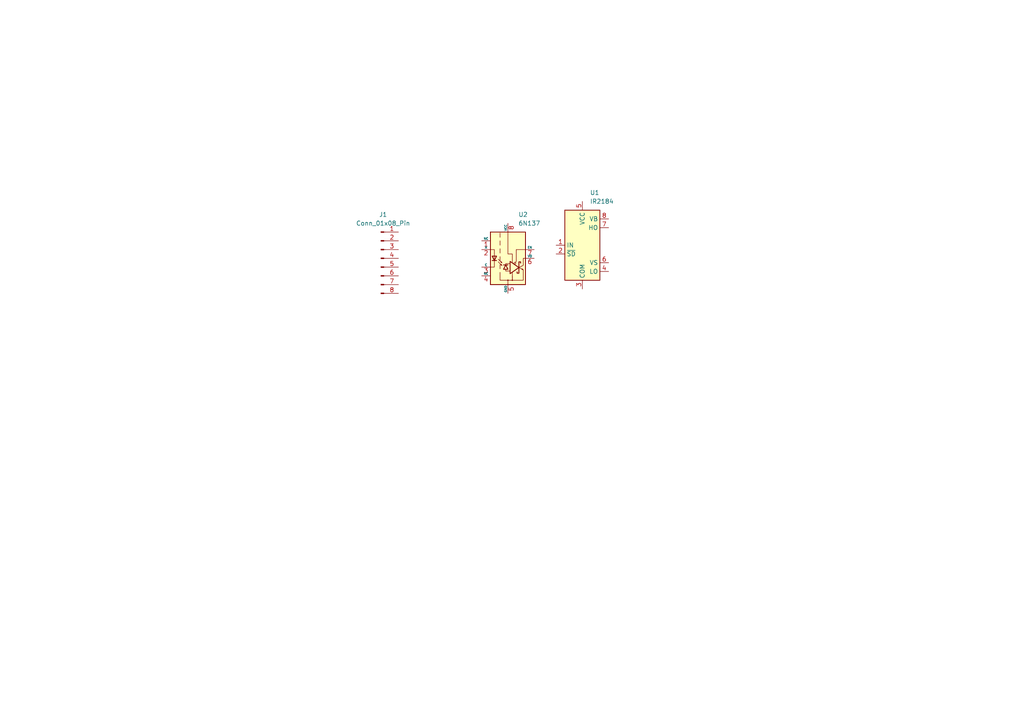
<source format=kicad_sch>
(kicad_sch (version 20231120) (generator "eeschema") (generator_version "8.0")
  (paper "A4")
  (lib_symbols
    (symbol "Connector:Conn_01x08_Pin" (pin_names (offset 1.016) hide)
      (property "Reference" "J" (at 0 10.16 0))
      (property "Value" "Conn_01x08_Pin" (at 0 -12.7 0))
      (symbol "Conn_01x08_Pin_1_1"
        (polyline (pts (xy 1.27 -10.16) (xy 0.8636 -10.16)) (stroke (width 0.1524)))
        (polyline (pts (xy 1.27 -7.62) (xy 0.8636 -7.62)) (stroke (width 0.1524)))
        (polyline (pts (xy 1.27 -5.08) (xy 0.8636 -5.08)) (stroke (width 0.1524)))
        (polyline (pts (xy 1.27 -2.54) (xy 0.8636 -2.54)) (stroke (width 0.1524)))
        (polyline (pts (xy 1.27 0) (xy 0.8636 0)) (stroke (width 0.1524)))
        (polyline (pts (xy 1.27 2.54) (xy 0.8636 2.54)) (stroke (width 0.1524)))
        (polyline (pts (xy 1.27 5.08) (xy 0.8636 5.08)) (stroke (width 0.1524)))
        (polyline (pts (xy 1.27 7.62) (xy 0.8636 7.62)) (stroke (width 0.1524)))
        (rectangle (start 0.8636 -10.033) (end 0 -10.287) (stroke (width 0.1524)) (fill (type outline)))
        (rectangle (start 0.8636 -7.493) (end 0 -7.747) (stroke (width 0.1524)) (fill (type outline)))
        (rectangle (start 0.8636 -4.953) (end 0 -5.207) (stroke (width 0.1524)) (fill (type outline)))
        (rectangle (start 0.8636 -2.413) (end 0 -2.667) (stroke (width 0.1524)) (fill (type outline)))
        (rectangle (start 0.8636 0.127) (end 0 -0.127) (stroke (width 0.1524)) (fill (type outline)))
        (rectangle (start 0.8636 2.667) (end 0 2.413) (stroke (width 0.1524)) (fill (type outline)))
        (rectangle (start 0.8636 5.207) (end 0 4.953) (stroke (width 0.1524)) (fill (type outline)))
        (rectangle (start 0.8636 7.747) (end 0 7.493) (stroke (width 0.1524)) (fill (type outline)))
        (pin passive line (at 5.08 7.62 180) (length 3.81) (name "Pin_1") (number "1"))
        (pin passive line (at 5.08 5.08 180) (length 3.81) (name "Pin_2") (number "2"))
        (pin passive line (at 5.08 2.54 180) (length 3.81) (name "Pin_3") (number "3"))
        (pin passive line (at 5.08 0 180) (length 3.81) (name "Pin_4") (number "4"))
        (pin passive line (at 5.08 -2.54 180) (length 3.81) (name "Pin_5") (number "5"))
        (pin passive line (at 5.08 -5.08 180) (length 3.81) (name "Pin_6") (number "6"))
        (pin passive line (at 5.08 -7.62 180) (length 3.81) (name "Pin_7") (number "7"))
        (pin passive line (at 5.08 -10.16 180) (length 3.81) (name "Pin_8") (number "8"))
      )
    )
    (symbol "Driver_FET:IR2184"
      (property "Reference" "U" (at 1.27 13.335 0))
      (property "Value" "IR2184" (at 1.27 11.43 0))
      (symbol "IR2184_0_1"
        (rectangle (start -5.08 -10.16) (end 5.08 10.16) (stroke (width 0.254)) (fill (type background)))
      )
      (symbol "IR2184_1_1"
        (pin input line (at -7.62 0 0) (length 2.54) (name "IN") (number "1"))
        (pin input line (at -7.62 -2.54 0) (length 2.54) (name "~{SD}") (number "2"))
        (pin power_in line (at 0 -12.7 90) (length 2.54) (name "COM") (number "3"))
        (pin output line (at 7.62 -7.62 180) (length 2.54) (name "LO") (number "4"))
        (pin power_in line (at 0 12.7 270) (length 2.54) (name "VCC") (number "5"))
        (pin passive line (at 7.62 -5.08 180) (length 2.54) (name "VS") (number "6"))
        (pin output line (at 7.62 5.08 180) (length 2.54) (name "HO") (number "7"))
        (pin passive line (at 7.62 7.62 180) (length 2.54) (name "VB") (number "8"))
      )
    )
    (symbol "Isolator:6N137" (pin_names (offset 0))
      (property "Reference" "U" (at -4.064 8.89 0))
      (property "Value" "6N137" (at 0 -8.89 0))
      (symbol "6N137_0_1"
        (polyline (pts (xy 0 -6.35) (xy -2.286 -6.35) (xy -2.286 -4.064)))
        (polyline (pts (xy -5.08 -2.54) (xy -3.937 -2.54) (xy -3.937 2.54) (xy -5.08 2.54)))
        (polyline (pts (xy 1.27 -5.08) (xy 1.27 -6.35) (xy 0 -6.35) (xy 0 -7.62)))
        (polyline (pts (xy 3.175 -2.667) (xy 0.635 -4.445) (xy 0.635 -0.889) (xy 3.175 -2.667)) (stroke (width 0.254)))
        (polyline (pts (xy -2.794 -1.016) (xy -1.717 -2.093) (xy -2.076 -1.914) (xy -1.896 -1.734) (xy -1.717 -2.093)))
        (polyline (pts (xy -2.794 -0.254) (xy -1.717 -1.331) (xy -2.076 -1.152) (xy -1.896 -0.972) (xy -1.717 -1.331)))
      )
      (symbol "6N137_1_1"
        (rectangle (start -5.08 7.62) (end 5.08 -7.62) (stroke (width 0.254)) (fill (type background)))
        (circle (center 0 -6.35) (radius 0.127) (fill (type outline)))
        (polyline (pts (xy -4.572 -0.635) (xy -3.302 -0.635)) (stroke (width 0.254)))
        (polyline (pts (xy -2.286 -1.778) (xy -2.286 -3.048)))
        (polyline (pts (xy -2.286 0.508) (xy -2.286 -0.762)))
        (polyline (pts (xy -2.286 2.794) (xy -2.286 1.524)))
        (polyline (pts (xy -2.286 5.08) (xy -2.286 3.81)))
        (polyline (pts (xy -2.286 7.366) (xy -2.286 6.096)))
        (polyline (pts (xy -1.27 -1.905) (xy 0 -1.905)) (stroke (width 0.254)))
        (polyline (pts (xy -0.635 -3.302) (xy -0.635 -3.683) (xy 0.635 -3.683)))
        (polyline (pts (xy -0.635 -1.905) (xy -0.635 -1.524) (xy 0.508 -1.524)))
        (polyline (pts (xy 1.27 -4.064) (xy 1.27 -6.35) (xy 4.445 -6.35)))
        (polyline (pts (xy 3.175 -2.667) (xy 4.445 -3.302) (xy 4.445 -6.35)))
        (polyline (pts (xy -3.937 -0.635) (xy -4.572 0.635) (xy -3.302 0.635) (xy -3.937 -0.635)) (stroke (width 0.254)))
        (polyline (pts (xy -0.635 -1.905) (xy -1.27 -3.175) (xy 0 -3.175) (xy -0.635 -1.905)) (stroke (width 0.254)))
        (polyline (pts (xy 1.27 -1.27) (xy 1.27 1.27) (xy 0 1.27) (xy 0 7.62)))
        (polyline (pts (xy 2.1844 -1.1684) (xy 2.413 -0.889) (xy 2.413 2.54) (xy 5.08 2.54)))
        (polyline (pts (xy 3.175 -2.667) (xy 3.175 -4.318) (xy 2.667 -4.318) (xy 2.667 -3.937)) (stroke (width 0.254)))
        (polyline (pts (xy 3.175 -2.667) (xy 3.175 -1.016) (xy 3.683 -1.016) (xy 3.683 -1.397)) (stroke (width 0.254)))
        (polyline (pts (xy 3.175 -2.667) (xy 4.445 -2.032) (xy 4.445 0) (xy 5.08 0)))
        (polyline (pts (xy 4.445 -3.302) (xy 4.161 -3.018) (xy 4.047 -3.246) (xy 4.445 -3.302)) (stroke (width 0.127)) (fill (type outline)))
        (circle (center 1.27 -6.35) (radius 0.127) (fill (type outline)))
        (circle (center 2.032 -1.397) (radius 0.254))
        (pin passive line (at -7.62 5.08 0) (length 2.54) (name "NC") (number "1"))
        (pin passive line (at -7.62 2.54 0) (length 2.54) (name "A") (number "2"))
        (pin passive line (at -7.62 -2.54 0) (length 2.54) (name "C") (number "3"))
        (pin passive line (at -7.62 -5.08 0) (length 2.54) (name "NC") (number "4"))
        (pin power_in line (at 0 -10.16 90) (length 2.54) (name "GND") (number "5"))
        (pin open_collector line (at 7.62 0 180) (length 2.54) (name "VO") (number "6"))
        (pin input line (at 7.62 2.54 180) (length 2.54) (name "EN") (number "7"))
        (pin power_in line (at 0 10.16 270) (length 2.54) (name "VCC") (number "8"))
      )
    )
  )
  (symbol (lib_id "Driver_FET:IR2184") (at 168.91 71.12 0) (unit 1)
    (property "Reference" "U1" (at 171.1041 55.88 0) (effects (justify left)))
    (property "Value" "IR2184" (at 171.1041 58.42 0) (effects (justify left)))
    (property "Datasheet" "https://www.infineon.com/dgdl/ir2184.pdf?fileId=5546d462533600a4015355c955e616d4" (effects (hide yes)))
    (property "Description" "Half-Bridge Driver, 600V, 1.4/1.8A, PDIP-8/SOIC-8" (effects (hide yes)))
  )
  (symbol (lib_id "Isolator:6N137") (at 147.32 74.93 0) (unit 1)
    (property "Reference" "U2" (at 150.3365 62.23 0) (effects (justify left)))
    (property "Value" "6N137" (at 150.3365 64.77 0) (effects (justify left)))
    (property "Footprint" "Package_DIP:DIP-8_W7.62mm" (effects (hide yes)))
    (property "Datasheet" "https://docs.broadcom.com/docs/AV02-0940EN" (effects (hide yes)))
    (property "Description" "Single High Speed LSTTL/TTL Compatible Optocoupler with enable, dV/dt 1000/us, VCM 10, max 7V VCC, DIP-8" (effects (hide yes)))
  )
  (symbol (lib_id "Connector:Conn_01x08_Pin") (at 110.49 74.93 0) (unit 1)
    (property "Reference" "J1" (at 111.125 62.23 0))
    (property "Value" "Conn_01x08_Pin" (at 111.125 64.77 0))
    (property "Description" "Generic connector, single row, 01x08, script generated" (effects (hide yes)))
  )
)
</source>
